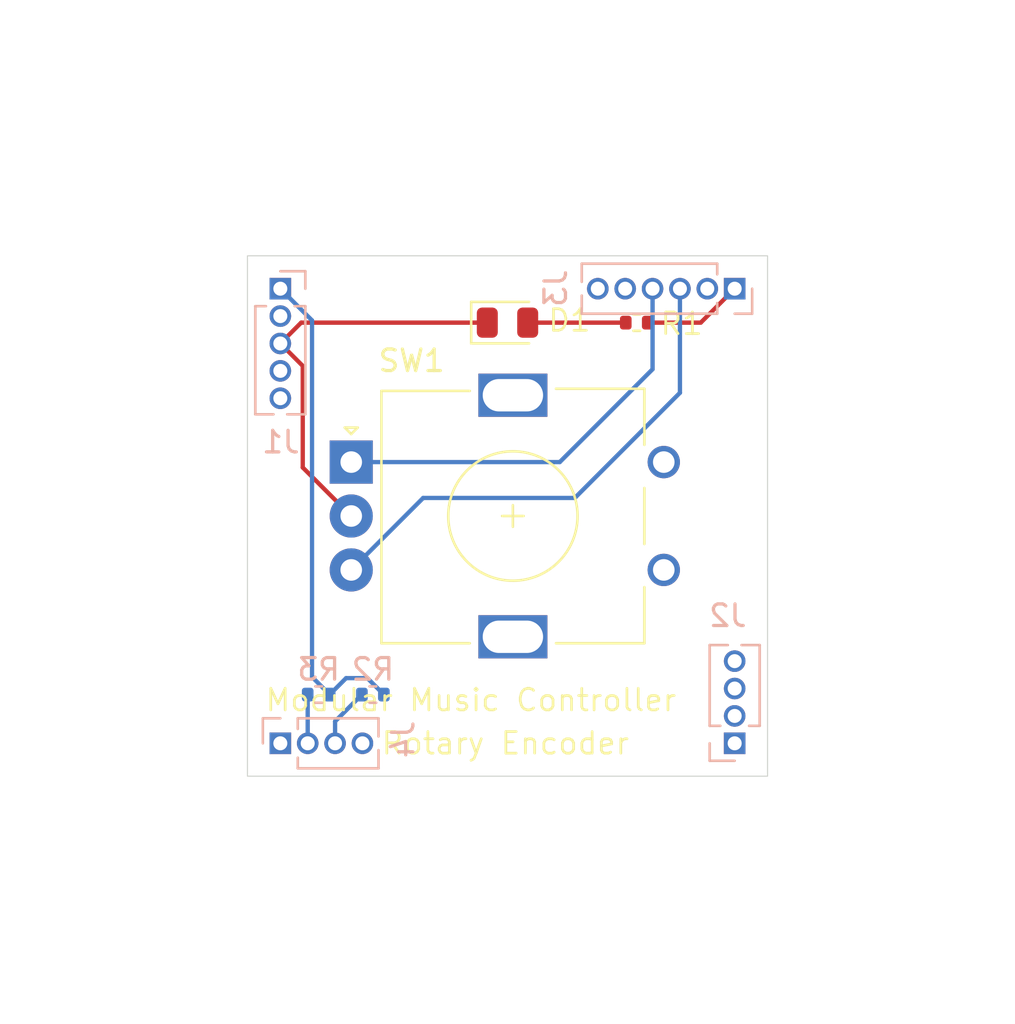
<source format=kicad_pcb>
(kicad_pcb (version 20241229) (generator "pcbnew") (generator_version "9.0")
  (title_block (title "Modular Music Controller / Block / One Switch") (date "2025-12-03") (rev "1"))
  (layers (0 "F.Cu" signal) (2 "B.Cu" signal) (13 "F.Paste" user) (15 "B.Paste" user) (5 "F.SilkS" user "F.Silkscreen") (7 "B.SilkS" user "B.Silkscreen") (1 "F.Mask" user) (3 "B.Mask" user) (25 "Edge.Cuts" user))
  (net 0 "")
  (net 1 "GND")
  (net 2 "Net-(D1-A)")
  (net 3 "/SlotBus.Clock")
  (net 4 "/AREF")
  (net 5 "/+3.3V Digital")
  (net 6 "/SlotBus.Data")
  (net 7 "/Addr3")
  (net 8 "/Addr0")
  (net 9 "/Addr1")
  (net 10 "/Addr2")
  (net 11 "/B")
  (net 12 "/C")
  (net 13 "/LED")
  (net 14 "/A1")
  (net 15 "/A")
  (net 16 "/A0")
  (net 17 "/Typ3")
  (net 18 "/Typ0")
  (net 19 "/Typ1")
  (net 20 "/Typ2")
  (footprint "LED_SMD:LED_0805_2012Metric" (layer "F.Cu") (at 139.065 104.6988)
    (property "Reference" "D1" (at 2.8725 -0.1016 0) (layer "F.SilkS") (effects (font (thickness 0.125))))
    (property "Value" "LED")
    (fp_line (start -1.685 -0.96) (end -1.685 0.96) (stroke (width 0.12)) (layer "F.SilkS"))
    (fp_line (start -1.685 0.96) (end 1 0.96) (stroke (width 0.12)) (layer "F.SilkS"))
    (fp_line (start 1 -0.96) (end -1.685 -0.96) (stroke (width 0.12)) (layer "F.SilkS"))
    (pad "1" smd roundrect (at -0.9375 0) (size 0.975 1.4) (layers "F.Cu" "F.Mask" "F.Paste") (net 1 "GND"))
    (pad "2" smd roundrect (at 0.9375 0) (size 0.975 1.4) (layers "F.Cu" "F.Mask" "F.Paste") (net 2 "Net-(D1-A)"))
  )
  (footprint "Resistor_SMD:R_0402_1005Metric" (layer "F.Cu") (at 145.0614 104.6988 180)
    (property "Reference" "R1" (at -2.0828 -0.0508 180) (layer "F.SilkS") (effects (font (thickness 0.125))))
    (property "Value" "1k")
    (fp_line (start -0.153641 0.38) (end 0.153641 0.38) (stroke (width 0.12)) (layer "F.SilkS"))
    (fp_line (start -0.153641 -0.38) (end 0.153641 -0.38) (stroke (width 0.12)) (layer "F.SilkS"))
    (pad "1" smd roundrect (at -0.51 0 180) (size 0.54 0.64) (layers "F.Cu" "F.Mask" "F.Paste") (net 13 "/LED"))
    (pad "2" smd roundrect (at 0.51 0 180) (size 0.54 0.64) (layers "F.Cu" "F.Mask" "F.Paste") (net 2 "Net-(D1-A)"))
  )
  (footprint "Rotary_Encoder:RotaryEncoder_Alps_EC11E_Vertical_H20mm" (layer "F.Cu") (at 131.815 111.165)
    (property "Reference" "SW1" (at 2.8 -4.7 0) (layer "F.SilkS"))
    (property "Value" "CTS 11CEK25F243A")
    (fp_line (start -0.3 -1.6) (end 0.3 -1.6) (stroke (width 0.12)) (layer "F.SilkS"))
    (fp_line (start 0 -1.3) (end -0.3 -1.6) (stroke (width 0.12)) (layer "F.SilkS"))
    (fp_line (start 0.3 -1.6) (end 0 -1.3) (stroke (width 0.12)) (layer "F.SilkS"))
    (fp_line (start 1.4 -3.3) (end 1.4 8.4) (stroke (width 0.12)) (layer "F.SilkS"))
    (fp_line (start 5.5 -3.3) (end 1.4 -3.3) (stroke (width 0.12)) (layer "F.SilkS"))
    (fp_line (start 5.5 8.4) (end 1.4 8.4) (stroke (width 0.12)) (layer "F.SilkS"))
    (fp_line (start 7 2.5) (end 8 2.5) (stroke (width 0.12)) (layer "F.SilkS"))
    (fp_line (start 7.5 2) (end 7.5 3) (stroke (width 0.12)) (layer "F.SilkS"))
    (fp_line (start 9.5 -3.4) (end 13.6 -3.4) (stroke (width 0.12)) (layer "F.SilkS"))
    (fp_line (start 13.6 -3.4) (end 13.6 -0.8) (stroke (width 0.12)) (layer "F.SilkS"))
    (fp_line (start 13.6 1.2) (end 13.6 3.8) (stroke (width 0.12)) (layer "F.SilkS"))
    (fp_line (start 13.6 5.8) (end 13.6 8.4) (stroke (width 0.12)) (layer "F.SilkS"))
    (fp_line (start 13.6 8.4) (end 9.5 8.4) (stroke (width 0.12)) (layer "F.SilkS"))
    (fp_circle (center 7.5 2.5) (end 10.5 2.5) (stroke (width 0.12)) (fill no) (layer "F.SilkS"))
    (pad "" thru_hole circle (at 14.5 0) (size 1.5 1.5) (drill 1) (layers "*.Cu" "*.Mask"))
    (pad "" thru_hole circle (at 14.5 5) (size 1.5 1.5) (drill 1) (layers "*.Cu" "*.Mask"))
    (pad "A" thru_hole rect (at 0 0) (size 2 2) (drill 1) (layers "*.Cu" "*.Mask") (net 15 "/A"))
    (pad "B" thru_hole circle (at 0 5) (size 2 2) (drill 1) (layers "*.Cu" "*.Mask") (net 11 "/B"))
    (pad "C" thru_hole circle (at 0 2.5) (size 2 2) (drill 1) (layers "*.Cu" "*.Mask") (net 1 "GND"))
    (pad "MP" thru_hole rect (at 7.5 -3.1) (size 3.2 2) (drill oval 2.8 1.5) (layers "*.Cu" "*.Mask"))
    (pad "MP" thru_hole rect (at 7.5 8.1) (size 3.2 2) (drill oval 2.8 1.5) (layers "*.Cu" "*.Mask"))
  )
  (footprint "Connector_PinHeader_1.27mm:PinHeader_1x04_P1.27mm_Vertical" (layer "B.Cu") (at 128.525 124.205 -90)
    (property "Reference" "J4" (at -0.1778 -5.6956 90) (layer "B.SilkS") (effects (justify mirror)))
    (property "Value" "Samtec MTMS-104-02-T-S-100")
    (fp_line (start -1.16 0.81) (end 0 0.81) (stroke (width 0.12)) (layer "B.SilkS"))
    (fp_line (start -1.16 0) (end -1.16 0.81) (stroke (width 0.12)) (layer "B.SilkS"))
    (fp_line (start -1.16 -0.81) (end -0.666708 -0.81) (stroke (width 0.12)) (layer "B.SilkS"))
    (fp_line (start -1.16 -0.81) (end -1.16 -4.555) (stroke (width 0.12)) (layer "B.SilkS"))
    (fp_line (start 0.666708 -0.81) (end 1.16 -0.81) (stroke (width 0.12)) (layer "B.SilkS"))
    (fp_line (start 1.16 -0.81) (end 1.16 -4.555) (stroke (width 0.12)) (layer "B.SilkS"))
    (fp_line (start -1.16 -4.555) (end -0.317923 -4.555) (stroke (width 0.12)) (layer "B.SilkS"))
    (fp_line (start 0.317923 -4.555) (end 1.16 -4.555) (stroke (width 0.12)) (layer "B.SilkS"))
    (pad "1" thru_hole rect (at 0 0 270) (size 1 1) (drill 0.65) (layers "*.Cu" "*.Mask") (net 18 "/Typ0"))
    (pad "2" thru_hole circle (at 0 -1.27 270) (size 1 1) (drill 0.65) (layers "*.Cu" "*.Mask") (net 19 "/Typ1"))
    (pad "3" thru_hole circle (at 0 -2.54 270) (size 1 1) (drill 0.65) (layers "*.Cu" "*.Mask") (net 20 "/Typ2"))
    (pad "4" thru_hole circle (at 0 -3.81 270) (size 1 1) (drill 0.65) (layers "*.Cu" "*.Mask") (net 17 "/Typ3"))
  )
  (footprint "Resistor_SMD:R_0402_1005Metric" (layer "B.Cu") (at 132.8186 121.9454 180)
    (property "Reference" "R2" (at 0 1.17 0) (layer "B.SilkS") (effects (justify mirror)))
    (property "Value" "1k")
    (fp_line (start -0.153641 0.38) (end 0.153641 0.38) (stroke (width 0.12)) (layer "B.SilkS"))
    (fp_line (start -0.153641 -0.38) (end 0.153641 -0.38) (stroke (width 0.12)) (layer "B.SilkS"))
    (pad "1" smd roundrect (at -0.51 0 180) (size 0.54 0.64) (layers "B.Cu" "B.Mask" "B.Paste") (net 5 "/+3.3V Digital"))
    (pad "2" smd roundrect (at 0.51 0 180) (size 0.54 0.64) (layers "B.Cu" "B.Mask" "B.Paste") (net 20 "/Typ2"))
  )
  (footprint "Resistor_SMD:R_0402_1005Metric" (layer "B.Cu") (at 130.304 121.9454 180)
    (property "Reference" "R3" (at 0 1.17 0) (layer "B.SilkS") (effects (justify mirror)))
    (property "Value" "1k")
    (fp_line (start -0.153641 0.38) (end 0.153641 0.38) (stroke (width 0.12)) (layer "B.SilkS"))
    (fp_line (start -0.153641 -0.38) (end 0.153641 -0.38) (stroke (width 0.12)) (layer "B.SilkS"))
    (pad "1" smd roundrect (at -0.51 0 180) (size 0.54 0.64) (layers "B.Cu" "B.Mask" "B.Paste") (net 5 "/+3.3V Digital"))
    (pad "2" smd roundrect (at 0.51 0 180) (size 0.54 0.64) (layers "B.Cu" "B.Mask" "B.Paste") (net 19 "/Typ1"))
  )
  (footprint "Connector_PinHeader_1.27mm:PinHeader_1x04_P1.27mm_Vertical" (layer "B.Cu") (at 149.605 124.205)
    (property "Reference" "J2" (at -0.317923 -5.9182 0) (layer "B.SilkS") (effects (justify mirror)))
    (property "Value" "Samtec MTMS-104-02-T-S-100")
    (fp_line (start -1.16 -4.555) (end -0.317923 -4.555) (stroke (width 0.12)) (layer "B.SilkS"))
    (fp_line (start -1.16 -0.81) (end -1.16 -4.555) (stroke (width 0.12)) (layer "B.SilkS"))
    (fp_line (start -1.16 -0.81) (end -0.666708 -0.81) (stroke (width 0.12)) (layer "B.SilkS"))
    (fp_line (start -1.16 0) (end -1.16 0.81) (stroke (width 0.12)) (layer "B.SilkS"))
    (fp_line (start -1.16 0.81) (end 0 0.81) (stroke (width 0.12)) (layer "B.SilkS"))
    (fp_line (start 0.317923 -4.555) (end 1.16 -4.555) (stroke (width 0.12)) (layer "B.SilkS"))
    (fp_line (start 0.666708 -0.81) (end 1.16 -0.81) (stroke (width 0.12)) (layer "B.SilkS"))
    (fp_line (start 1.16 -0.81) (end 1.16 -4.555) (stroke (width 0.12)) (layer "B.SilkS"))
    (pad "1" thru_hole rect (at 0 0) (size 1 1) (drill 0.65) (layers "*.Cu" "*.Mask") (net 8 "/Addr0"))
    (pad "2" thru_hole circle (at 0 -1.27) (size 1 1) (drill 0.65) (layers "*.Cu" "*.Mask") (net 9 "/Addr1"))
    (pad "3" thru_hole circle (at 0 -2.54) (size 1 1) (drill 0.65) (layers "*.Cu" "*.Mask") (net 10 "/Addr2"))
    (pad "4" thru_hole circle (at 0 -3.81) (size 1 1) (drill 0.65) (layers "*.Cu" "*.Mask") (net 7 "/Addr3"))
  )
  (footprint "Connector_PinHeader_1.27mm:PinHeader_1x05_P1.27mm_Vertical" (layer "B.Cu") (at 128.525 103.125 180)
    (property "Reference" "J1" (at -0.0254 -7.112 180) (layer "B.SilkS") (effects (justify mirror)))
    (property "Value" "Samtec MTMS-105-02-T-S-100")
    (fp_line (start 1.16 -0.81) (end 1.16 -5.825) (stroke (width 0.12)) (layer "B.SilkS"))
    (fp_line (start 0.666708 -0.81) (end 1.16 -0.81) (stroke (width 0.12)) (layer "B.SilkS"))
    (fp_line (start 0.317923 -5.825) (end 1.16 -5.825) (stroke (width 0.12)) (layer "B.SilkS"))
    (fp_line (start -1.16 0.81) (end 0 0.81) (stroke (width 0.12)) (layer "B.SilkS"))
    (fp_line (start -1.16 0) (end -1.16 0.81) (stroke (width 0.12)) (layer "B.SilkS"))
    (fp_line (start -1.16 -0.81) (end -0.666708 -0.81) (stroke (width 0.12)) (layer "B.SilkS"))
    (fp_line (start -1.16 -0.81) (end -1.16 -5.825) (stroke (width 0.12)) (layer "B.SilkS"))
    (fp_line (start -1.16 -5.825) (end -0.317923 -5.825) (stroke (width 0.12)) (layer "B.SilkS"))
    (pad "1" thru_hole rect (at 0 0 180) (size 1 1) (drill 0.65) (layers "*.Cu" "*.Mask") (net 5 "/+3.3V Digital"))
    (pad "2" thru_hole circle (at 0 -1.27 180) (size 1 1) (drill 0.65) (layers "*.Cu" "*.Mask") (net 4 "/AREF"))
    (pad "3" thru_hole circle (at 0 -2.54 180) (size 1 1) (drill 0.65) (layers "*.Cu" "*.Mask") (net 1 "GND"))
    (pad "4" thru_hole circle (at 0 -3.81 180) (size 1 1) (drill 0.65) (layers "*.Cu" "*.Mask") (net 6 "/SlotBus.Data"))
    (pad "5" thru_hole circle (at 0 -5.08 180) (size 1 1) (drill 0.65) (layers "*.Cu" "*.Mask") (net 3 "/SlotBus.Clock"))
  )
  (footprint "Connector_PinHeader_1.27mm:PinHeader_1x06_P1.27mm_Vertical" (layer "B.Cu") (at 149.605 103.125 90)
    (property "Reference" "J3" (at 0.0254 -8.3058 90) (layer "B.SilkS") (effects (justify mirror)))
    (property "Value" "Samtec  MTMS-106-02-T-S-100")
    (fp_line (start 0.317923 -7.095) (end 1.16 -7.095) (stroke (width 0.12)) (layer "B.SilkS"))
    (fp_line (start -1.16 -7.095) (end -0.317923 -7.095) (stroke (width 0.12)) (layer "B.SilkS"))
    (fp_line (start 1.16 -0.81) (end 1.16 -7.095) (stroke (width 0.12)) (layer "B.SilkS"))
    (fp_line (start 0.666708 -0.81) (end 1.16 -0.81) (stroke (width 0.12)) (layer "B.SilkS"))
    (fp_line (start -1.16 -0.81) (end -1.16 -7.095) (stroke (width 0.12)) (layer "B.SilkS"))
    (fp_line (start -1.16 -0.81) (end -0.666708 -0.81) (stroke (width 0.12)) (layer "B.SilkS"))
    (fp_line (start -1.16 0) (end -1.16 0.81) (stroke (width 0.12)) (layer "B.SilkS"))
    (fp_line (start -1.16 0.81) (end 0 0.81) (stroke (width 0.12)) (layer "B.SilkS"))
    (pad "1" thru_hole rect (at 0 0 90) (size 1 1) (drill 0.65) (layers "*.Cu" "*.Mask") (net 13 "/LED"))
    (pad "2" thru_hole circle (at 0 -1.27 90) (size 1 1) (drill 0.65) (layers "*.Cu" "*.Mask") (net 12 "/C"))
    (pad "3" thru_hole circle (at 0 -2.54 90) (size 1 1) (drill 0.65) (layers "*.Cu" "*.Mask") (net 11 "/B"))
    (pad "4" thru_hole circle (at 0 -3.81 90) (size 1 1) (drill 0.65) (layers "*.Cu" "*.Mask") (net 15 "/A"))
    (pad "5" thru_hole circle (at 0 -5.08 90) (size 1 1) (drill 0.65) (layers "*.Cu" "*.Mask") (net 14 "/A1"))
    (pad "6" thru_hole circle (at 0 -6.35 90) (size 1 1) (drill 0.65) (layers "*.Cu" "*.Mask") (net 16 "/A0"))
  )
  (gr_rect (start 127 101.6) (end 151.13 125.73) (stroke (width 0.05)) (fill no) (layer "Edge.Cuts"))
  (gr_text "Rotary Encoder" (at 133.1468 124.205 0) (layer "F.SilkS") (effects (font (size 1 1) (thickness 0.125)) (justify left)))
  (gr_text "Modular Music Controller" (at 127.762 121.6152 0) (layer "F.SilkS") (effects (font (size 1 1) (thickness 0.125)) (justify left top)))
  (segment (start 131.815 113.665) (end 129.5654 111.4154) (width 0.2) (layer "F.Cu") (net 1))
  (segment (start 129.5654 106.7054) (end 128.525 105.665) (width 0.2) (layer "F.Cu") (net 1))
  (segment (start 129.4912 104.6988) (end 128.525 105.665) (width 0.2) (layer "F.Cu") (net 1))
  (segment (start 138.1275 104.6988) (end 129.4912 104.6988) (width 0.2) (layer "F.Cu") (net 1))
  (segment (start 129.5654 111.4154) (end 129.5654 106.7054) (width 0.2) (layer "F.Cu") (net 1))
  (segment (start 140.0025 104.6988) (end 144.5514 104.6988) (width 0.2) (layer "F.Cu") (net 2))
  (segment (start 131.576 121.1834) (end 130.814 121.9454) (width 0.2) (layer "B.Cu") (net 5))
  (segment (start 133.3286 121.9454) (end 132.5666 121.1834) (width 0.2) (layer "B.Cu") (net 5))
  (segment (start 129.9972 121.1286) (end 129.9972 104.5972) (width 0.2) (layer "B.Cu") (net 5))
  (segment (start 129.9972 104.5972) (end 128.525 103.125) (width 0.2) (layer "B.Cu") (net 5))
  (segment (start 130.814 121.9454) (end 129.9972 121.1286) (width 0.2) (layer "B.Cu") (net 5))
  (segment (start 132.5666 121.1834) (end 131.576 121.1834) (width 0.2) (layer "B.Cu") (net 5))
  (segment (start 135.1532 112.8268) (end 142.1892 112.8268) (width 0.2) (layer "B.Cu") (net 11))
  (segment (start 147.065 107.951) (end 147.065 103.125) (width 0.2) (layer "B.Cu") (net 11))
  (segment (start 131.815 116.165) (end 135.1532 112.8268) (width 0.2) (layer "B.Cu") (net 11))
  (segment (start 142.1892 112.8268) (end 147.065 107.951) (width 0.2) (layer "B.Cu") (net 11))
  (segment (start 145.5714 104.6988) (end 148.0312 104.6988) (width 0.2) (layer "F.Cu") (net 13))
  (segment (start 148.0312 104.6988) (end 149.605 103.125) (width 0.2) (layer "F.Cu") (net 13))
  (segment (start 131.815 111.165) (end 141.4888 111.165) (width 0.2) (layer "B.Cu") (net 15))
  (segment (start 141.4888 111.165) (end 145.795 106.8588) (width 0.2) (layer "B.Cu") (net 15))
  (segment (start 145.795 106.8588) (end 145.795 103.125) (width 0.2) (layer "B.Cu") (net 15))
  (segment (start 128.522 124.202) (end 128.525 124.205) (width 0.2) (layer "B.Cu") (net 18))
  (segment (start 129.795 121.9464) (end 129.794 121.9454) (width 0.2) (layer "B.Cu") (net 19))
  (segment (start 129.795 124.205) (end 129.795 121.9464) (width 0.2) (layer "B.Cu") (net 19))
  (segment (start 131.065 123.189) (end 132.3086 121.9454) (width 0.2) (layer "B.Cu") (net 20))
  (segment (start 131.065 124.205) (end 131.065 123.189) (width 0.2) (layer "B.Cu") (net 20))
)
</source>
